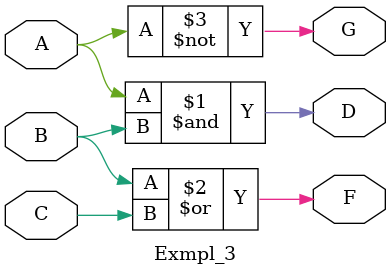
<source format=v>

module Exmpl_3(A, B, C, D, F, G); // Line 1: A "-" cannot be used in module declaration. A ";" is neeeded after ")". See side note.
input A, B, C; output D, F, G; // Line 2: Omit "s", put a ";" after "C" and "F", and lowercase "O". See side note.
//output B // Line 3: Omit line b/c "B" is already an input. ";" would be needed after "B" if this line was used.
and g1(D, A, B); // Line 4: The output should be listed first.
not (G, A); // Line 5: A ";" is neeeded after ")" instead of a ",". Not gate should have only 2 ports.
or (F, B, C); // Line 6: "OR" should be lowercase. "B" should have a "," instead of a ";" after it.
endmodule // Line 7: Omit ";".
//Side note: If only above commented corrections are done, "D" would be the output for two different gates. Although
//	     it will complle, the simulation doesn't seem to like it and gives "D" a red line instead of a green one.
//	     This can be fixed many ways. I choose to add another output "G" to use for the not gate instead of "D".
</source>
